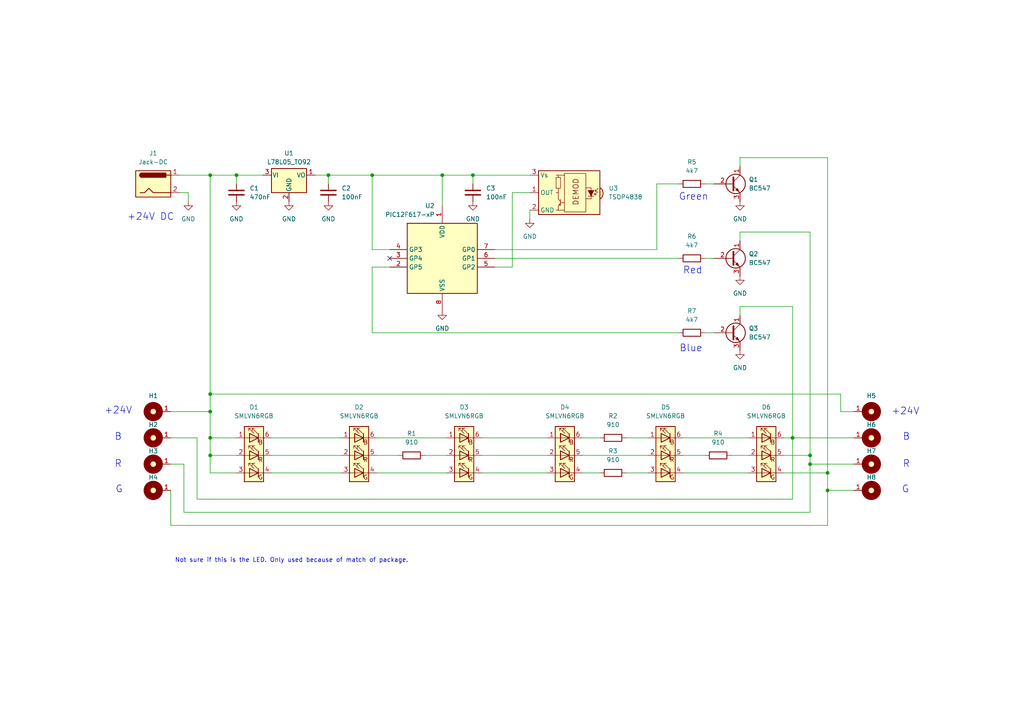
<source format=kicad_sch>
(kicad_sch (version 20231120) (generator "eeschema") (generator_version "8.0")
  (paper "A4")
  (title_block (title "LIDL RGB LED Strip, one Segement") (date "2024-11-30") (rev "1.0"))
  (lib_symbols
    (symbol "Connector:Jack-DC" (pin_names (offset 1.016))
      (property "Reference" "J" (at 0 5.334 0))
      (property "Value" "Jack-DC" (at 0 -5.08 0))
      (symbol "Jack-DC_0_1"
        (rectangle (start -5.08 3.81) (end 5.08 -3.81) (stroke (width 0.254)) (fill (type background)))
        (arc (start -3.302 3.175) (mid -3.9343 2.54) (end -3.302 1.905) (stroke (width 0.254)))
        (arc (start -3.302 3.175) (mid -3.9343 2.54) (end -3.302 1.905) (stroke (width 0.254)) (fill (type outline)))
        (polyline (pts (xy 5.08 2.54) (xy 3.81 2.54)) (stroke (width 0.254)))
        (polyline (pts (xy -3.81 -2.54) (xy -2.54 -2.54) (xy -1.27 -1.27) (xy 0 -2.54) (xy 2.54 -2.54) (xy 5.08 -2.54)) (stroke (width 0.254)))
        (rectangle (start 3.683 3.175) (end -3.302 1.905) (stroke (width 0.254)) (fill (type outline)))
      )
      (symbol "Jack-DC_1_1"
        (pin passive line (at 7.62 2.54 180) (length 2.54) (name "~") (number "1"))
        (pin passive line (at 7.62 -2.54 180) (length 2.54) (name "~") (number "2"))
      )
    )
    (symbol "Device:R" (pin_numbers hide) (pin_names (offset 0))
      (property "Reference" "R" (at 2.032 0 90))
      (property "Value" "R" (at 0 0 90))
      (symbol "R_0_1"
        (rectangle (start -1.016 -2.54) (end 1.016 2.54) (stroke (width 0.254)))
      )
      (symbol "R_1_1"
        (pin passive line (at 0 3.81 270) (length 1.27) (name "~") (number "1"))
        (pin passive line (at 0 -3.81 90) (length 1.27) (name "~") (number "2"))
      )
    )
    (symbol "Interface_Optical:TSOP583xx"
      (property "Reference" "U" (at -10.16 7.62 0))
      (property "Value" "TSOP583xx" (at -10.16 -7.62 0))
      (symbol "TSOP583xx_0_0"
        (arc (start -10.287 1.397) (mid -11.0899 -0.1852) (end -10.287 -1.778) (stroke (width 0.254)) (fill (type background)))
        (polyline (pts (xy 1.905 -5.08) (xy 0.127 -5.08)))
        (polyline (pts (xy 1.905 5.08) (xy 0.127 5.08)))
        (text "DEMOD" (at -3.175 0.254 900) (effects (font (size 1.524 1.524))))
      )
      (symbol "TSOP583xx_0_1"
        (rectangle (start -6.096 5.588) (end 0.127 -5.588))
        (polyline (pts (xy -8.763 0.381) (xy -9.652 1.27)))
        (polyline (pts (xy -8.763 0.381) (xy -9.271 0.381)))
        (polyline (pts (xy -8.763 0.381) (xy -8.763 0.889)))
        (polyline (pts (xy -8.636 -0.635) (xy -9.525 0.254)))
        (polyline (pts (xy -8.636 -0.635) (xy -9.144 -0.635)))
        (polyline (pts (xy -8.636 -0.635) (xy -8.636 -0.127)))
        (polyline (pts (xy -8.382 -1.016) (xy -6.731 -1.016)))
        (polyline (pts (xy 1.27 -2.921) (xy 0.127 -2.921)))
        (polyline (pts (xy 1.27 -1.905) (xy 1.27 -3.81)))
        (polyline (pts (xy 1.397 -3.556) (xy 1.524 -3.556)))
        (polyline (pts (xy 1.651 -3.556) (xy 1.524 -3.556)))
        (polyline (pts (xy 1.651 -3.556) (xy 1.651 -3.302)))
        (polyline (pts (xy 1.905 0) (xy 1.905 1.27)))
        (polyline (pts (xy 1.905 4.445) (xy 1.905 5.08) (xy 2.54 5.08)))
        (polyline (pts (xy -8.382 0.635) (xy -6.731 0.635) (xy -7.62 -1.016) (xy -8.382 0.635)) (fill (type outline)))
        (polyline (pts (xy -6.096 1.397) (xy -7.62 1.397) (xy -7.62 -1.778) (xy -6.096 -1.778)))
        (polyline (pts (xy 1.27 -3.175) (xy 1.905 -3.81) (xy 1.905 -5.08) (xy 2.54 -5.08)))
        (polyline (pts (xy 1.27 -2.54) (xy 1.905 -1.905) (xy 1.905 0) (xy 2.54 0)))
        (rectangle (start 2.54 1.27) (end 1.27 4.445))
        (rectangle (start 7.62 6.35) (end -10.16 -6.35) (stroke (width 0.254)) (fill (type background)))
      )
      (symbol "TSOP583xx_1_1"
        (pin output line (at 10.16 0 180) (length 2.54) (name "OUT") (number "1"))
        (pin power_in line (at 10.16 -5.08 180) (length 2.54) (name "GND") (number "2"))
        (pin power_in line (at 10.16 5.08 180) (length 2.54) (name "Vs") (number "3"))
      )
    )
    (symbol "LED:SMLVN6RGB" (pin_names (offset 0) hide)
      (property "Reference" "D" (at 0 12.7 0))
      (property "Value" "SMLVN6RGB" (at 0 10.16 0))
      (symbol "SMLVN6RGB_0_0"
        (text "B" (at 1.905 3.81 0) (effects (font (size 1.27 1.27))))
        (text "G" (at 1.905 -6.35 0) (effects (font (size 1.27 1.27))))
        (text "R" (at 1.905 -1.27 0) (effects (font (size 1.27 1.27))))
      )
      (symbol "SMLVN6RGB_0_1"
        (rectangle (start -2.794 8.382) (end 2.794 -7.62) (stroke (width 0.254)) (fill (type background)))
        (rectangle (start -1.27 -1.27) (end -1.27 1.27))
        (rectangle (start -1.27 1.27) (end -1.27 1.27))
        (rectangle (start -1.27 3.81) (end -1.27 6.35))
        (rectangle (start -1.27 6.35) (end -1.27 6.35))
        (polyline (pts (xy -1.27 -5.08) (xy -2.54 -5.08)))
        (polyline (pts (xy -1.27 0) (xy -2.54 0)))
        (polyline (pts (xy -1.27 0) (xy 1.27 0)))
        (polyline (pts (xy -1.27 5.08) (xy -2.54 5.08)))
        (polyline (pts (xy 1.27 -5.08) (xy -1.27 -5.08)))
        (polyline (pts (xy 1.27 -5.08) (xy 2.54 -5.08)))
        (polyline (pts (xy 1.27 -3.81) (xy 1.27 -6.35)) (stroke (width 0.254)))
        (polyline (pts (xy 1.27 0) (xy 2.54 0)))
        (polyline (pts (xy 1.27 1.27) (xy 1.27 -1.27)) (stroke (width 0.254)))
        (polyline (pts (xy 1.27 5.08) (xy -1.27 5.08)))
        (polyline (pts (xy 1.27 5.08) (xy 2.54 5.08)))
        (polyline (pts (xy 1.27 6.35) (xy 1.27 3.81)) (stroke (width 0.254)))
        (polyline (pts (xy 1.27 1.27) (xy 1.27 -1.27) (xy 1.27 -1.27)))
        (polyline (pts (xy 1.27 6.35) (xy 1.27 3.81) (xy 1.27 3.81)))
        (polyline (pts (xy -1.27 -3.81) (xy -1.27 -6.35) (xy 1.27 -5.08) (xy -1.27 -3.81)) (stroke (width 0.254)))
        (polyline (pts (xy -1.27 1.27) (xy -1.27 -1.27) (xy 1.27 0) (xy -1.27 1.27)) (stroke (width 0.254)))
        (polyline (pts (xy -1.27 6.35) (xy -1.27 3.81) (xy 1.27 5.08) (xy -1.27 6.35)) (stroke (width 0.254)))
        (polyline (pts (xy 0 -3.81) (xy -1.524 -2.286) (xy -0.762 -2.286) (xy -1.524 -2.286) (xy -1.524 -3.048)))
        (polyline (pts (xy 0 1.27) (xy -1.524 2.794) (xy -0.762 2.794) (xy -1.524 2.794) (xy -1.524 2.032)))
        (polyline (pts (xy 0 6.35) (xy -1.524 7.874) (xy -0.762 7.874) (xy -1.524 7.874) (xy -1.524 7.112)))
        (polyline (pts (xy 1.016 -3.81) (xy -0.508 -2.286) (xy 0.254 -2.286) (xy -0.508 -2.286) (xy -0.508 -3.048)))
        (polyline (pts (xy 1.016 1.27) (xy -0.508 2.794) (xy 0.254 2.794) (xy -0.508 2.794) (xy -0.508 2.032)))
        (polyline (pts (xy 1.016 6.35) (xy -0.508 7.874) (xy 0.254 7.874) (xy -0.508 7.874) (xy -0.508 7.112)))
      )
      (symbol "SMLVN6RGB_1_1"
        (pin passive line (at -5.08 5.08 0) (length 2.54) (name "BA") (number "1"))
        (pin passive line (at -5.08 0 0) (length 2.54) (name "RA") (number "2"))
        (pin passive line (at -5.08 -5.08 0) (length 2.54) (name "GA") (number "3"))
        (pin passive line (at 5.08 -5.08 180) (length 2.54) (name "GK") (number "4"))
        (pin passive line (at 5.08 0 180) (length 2.54) (name "RK") (number "5"))
        (pin passive line (at 5.08 5.08 180) (length 2.54) (name "BK") (number "6"))
      )
    )
    (symbol "MCU_Microchip_PIC12:PIC12F617-xP"
      (property "Reference" "U" (at 1.27 13.97 0))
      (property "Value" "PIC12F617-xP" (at 1.27 11.43 0))
      (symbol "PIC12F617-xP_0_1"
        (rectangle (start 10.16 -10.16) (end -10.16 10.16) (stroke (width 0.254)) (fill (type background)))
      )
      (symbol "PIC12F617-xP_1_1"
        (pin power_in line (at 0 15.24 270) (length 5.08) (name "VDD") (number "1"))
        (pin bidirectional line (at 15.24 -2.54 180) (length 5.08) (name "GP5") (number "2"))
        (pin bidirectional line (at 15.24 0 180) (length 5.08) (name "GP4") (number "3"))
        (pin input line (at 15.24 2.54 180) (length 5.08) (name "GP3") (number "4"))
        (pin bidirectional line (at -15.24 -2.54 0) (length 5.08) (name "GP2") (number "5"))
        (pin bidirectional line (at -15.24 0 0) (length 5.08) (name "GP1") (number "6"))
        (pin bidirectional line (at -15.24 2.54 0) (length 5.08) (name "GP0") (number "7"))
        (pin power_in line (at 0 -15.24 90) (length 5.08) (name "VSS") (number "8"))
      )
    )
    (symbol "PCM_SL_Devices:Capacitor_NP"
      (property "Reference" "C" (at 0 6.35 0))
      (property "Value" "Capacitor_NP" (at 0 3.81 0))
      (symbol "Capacitor_NP_0_1"
        (rectangle (start -0.762 2.286) (end -0.508 -2.286) (fill (type outline)))
        (rectangle (start 0.508 2.286) (end 0.762 -2.286) (fill (type outline)))
      )
      (symbol "Capacitor_NP_1_1"
        (pin passive line (at -2.54 0 0) (length 2) (name "~") (number "1"))
        (pin input line (at 2.54 0 180) (length 2) (name "~") (number "2"))
      )
    )
    (symbol "PCM_SL_Mechanical:MountingHole_M3_3.2mm_Pad"
      (property "Reference" "H" (at 0 7.62 0))
      (property "Value" "MountingHole_M3_3.2mm_Pad" (at 0 5.08 0))
      (symbol "MountingHole_M3_3.2mm_Pad_0_1"
        (circle (center 0 0) (radius 1.27) (fill (type background)))
        (circle (center 0 0) (radius 1.7961) (stroke (width 2)))
      )
      (symbol "MountingHole_M3_3.2mm_Pad_1_1"
        (pin passive line (at 0 -5.08 90) (length 2.54) (name "") (number "1"))
      )
    )
    (symbol "Regulator_Linear:L78L05_TO92" (pin_names (offset 0.254))
      (property "Reference" "U" (at -3.81 3.175 0))
      (property "Value" "L78L05_TO92" (at 0 3.175 0))
      (symbol "L78L05_TO92_0_1"
        (rectangle (start -5.08 -5.08) (end 5.08 1.905) (stroke (width 0.254)) (fill (type background)))
      )
      (symbol "L78L05_TO92_1_1"
        (pin power_out line (at 7.62 0 180) (length 2.54) (name "VO") (number "1"))
        (pin power_in line (at 0 -7.62 90) (length 2.54) (name "GND") (number "2"))
        (pin power_in line (at -7.62 0 0) (length 2.54) (name "VI") (number "3"))
      )
    )
    (symbol "Transistor_BJT:BC547" (pin_names (offset 0) hide)
      (property "Reference" "Q" (at 5.08 1.905 0))
      (property "Value" "BC547" (at 5.08 0 0))
      (symbol "BC547_0_1"
        (polyline (pts (xy 0 0) (xy 0.635 0)))
        (polyline (pts (xy 0.635 0.635) (xy 2.54 2.54)))
        (polyline (pts (xy 0.635 -0.635) (xy 2.54 -2.54) (xy 2.54 -2.54)))
        (polyline (pts (xy 0.635 1.905) (xy 0.635 -1.905) (xy 0.635 -1.905)) (stroke (width 0.508)))
        (polyline (pts (xy 1.27 -1.778) (xy 1.778 -1.27) (xy 2.286 -2.286) (xy 1.27 -1.778) (xy 1.27 -1.778)) (fill (type outline)))
        (circle (center 1.27 0) (radius 2.8194) (stroke (width 0.254)))
      )
      (symbol "BC547_1_1"
        (pin passive line (at 2.54 5.08 270) (length 2.54) (name "C") (number "1"))
        (pin input line (at -5.08 0 0) (length 5.08) (name "B") (number "2"))
        (pin passive line (at 2.54 -5.08 90) (length 2.54) (name "E") (number "3"))
      )
    )
    (symbol "power:GND" (power) (pin_numbers hide) (pin_names (offset 0) hide)
      (property "Value" "GND" (at 0 -3.81 0))
      (symbol "GND_0_1"
        (polyline (pts (xy 0 0) (xy 0 -1.27) (xy 1.27 -1.27) (xy 0 -2.54) (xy -1.27 -1.27) (xy 0 -1.27)))
      )
      (symbol "GND_1_1"
        (pin power_in line (at 0 0 270) (length 0) (name "~") (number "1"))
      )
    )
  )
  (junction (at 95.25 50.8))
  (junction (at 60.96 50.8))
  (junction (at 240.03 142.24))
  (junction (at 234.95 132.08))
  (junction (at 234.95 134.62))
  (junction (at 240.03 137.16))
  (junction (at 229.87 127))
  (junction (at 107.95 50.8))
  (junction (at 60.96 127))
  (junction (at 128.27 50.8))
  (junction (at 60.96 119.38))
  (junction (at 68.58 50.8))
  (junction (at 60.96 132.08))
  (junction (at 60.96 114.3))
  (junction (at 137.16 50.8))
  (no_connect (at 113.03 74.93))
  (wire (pts (xy 240.03 142.24) (xy 247.65 142.24)))
  (wire (pts (xy 227.33 132.08) (xy 234.95 132.08)))
  (wire (pts (xy 137.16 50.8) (xy 153.67 50.8)))
  (wire (pts (xy 243.84 114.3) (xy 243.84 119.38)))
  (wire (pts (xy 49.53 152.4) (xy 240.03 152.4)))
  (wire (pts (xy 107.95 72.39) (xy 107.95 50.8)))
  (wire (pts (xy 78.74 127) (xy 99.06 127)))
  (wire (pts (xy 60.96 50.8) (xy 60.96 114.3)))
  (wire (pts (xy 123.19 132.08) (xy 129.54 132.08)))
  (wire (pts (xy 113.03 72.39) (xy 107.95 72.39)))
  (wire (pts (xy 57.15 144.78) (xy 229.87 144.78)))
  (wire (pts (xy 53.34 134.62) (xy 53.34 148.59)))
  (wire (pts (xy 107.95 96.52) (xy 107.95 77.47)))
  (wire (pts (xy 229.87 127) (xy 247.65 127)))
  (wire (pts (xy 214.63 48.26) (xy 214.63 45.72)))
  (wire (pts (xy 60.96 119.38) (xy 60.96 114.3)))
  (wire (pts (xy 198.12 137.16) (xy 217.17 137.16)))
  (wire (pts (xy 60.96 127) (xy 68.58 127)))
  (wire (pts (xy 68.58 137.16) (xy 60.96 137.16)))
  (wire (pts (xy 190.5 72.39) (xy 190.5 53.34)))
  (wire (pts (xy 78.74 137.16) (xy 99.06 137.16)))
  (wire (pts (xy 168.91 132.08) (xy 187.96 132.08)))
  (wire (pts (xy 49.53 119.38) (xy 60.96 119.38)))
  (wire (pts (xy 214.63 88.9) (xy 229.87 88.9)))
  (wire (pts (xy 68.58 50.8) (xy 76.2 50.8)))
  (wire (pts (xy 143.51 72.39) (xy 190.5 72.39)))
  (wire (pts (xy 181.61 127) (xy 187.96 127)))
  (wire (pts (xy 128.27 50.8) (xy 137.16 50.8)))
  (wire (pts (xy 153.67 60.96) (xy 153.67 63.5)))
  (wire (pts (xy 240.03 152.4) (xy 240.03 142.24)))
  (wire (pts (xy 60.96 132.08) (xy 60.96 127)))
  (wire (pts (xy 204.47 53.34) (xy 207.01 53.34)))
  (wire (pts (xy 234.95 148.59) (xy 234.95 134.62)))
  (wire (pts (xy 49.53 127) (xy 57.15 127)))
  (wire (pts (xy 53.34 148.59) (xy 234.95 148.59)))
  (wire (pts (xy 240.03 45.72) (xy 240.03 137.16)))
  (wire (pts (xy 60.96 114.3) (xy 243.84 114.3)))
  (wire (pts (xy 68.58 132.08) (xy 60.96 132.08)))
  (wire (pts (xy 204.47 96.52) (xy 207.01 96.52)))
  (wire (pts (xy 143.51 74.93) (xy 196.85 74.93)))
  (wire (pts (xy 234.95 134.62) (xy 234.95 132.08)))
  (wire (pts (xy 153.67 55.88) (xy 148.59 55.88)))
  (wire (pts (xy 52.07 50.8) (xy 60.96 50.8)))
  (wire (pts (xy 214.63 45.72) (xy 240.03 45.72)))
  (wire (pts (xy 107.95 96.52) (xy 196.85 96.52)))
  (wire (pts (xy 240.03 137.16) (xy 240.03 142.24)))
  (wire (pts (xy 214.63 67.31) (xy 234.95 67.31)))
  (wire (pts (xy 148.59 77.47) (xy 143.51 77.47)))
  (wire (pts (xy 109.22 137.16) (xy 129.54 137.16)))
  (wire (pts (xy 107.95 50.8) (xy 128.27 50.8)))
  (wire (pts (xy 128.27 50.8) (xy 128.27 59.69)))
  (wire (pts (xy 227.33 127) (xy 229.87 127)))
  (wire (pts (xy 198.12 132.08) (xy 204.47 132.08)))
  (wire (pts (xy 49.53 142.24) (xy 49.53 152.4)))
  (wire (pts (xy 139.7 127) (xy 158.75 127)))
  (wire (pts (xy 168.91 127) (xy 173.99 127)))
  (wire (pts (xy 214.63 69.85) (xy 214.63 67.31)))
  (wire (pts (xy 107.95 77.47) (xy 113.03 77.47)))
  (wire (pts (xy 139.7 132.08) (xy 158.75 132.08)))
  (wire (pts (xy 229.87 144.78) (xy 229.87 127)))
  (wire (pts (xy 190.5 53.34) (xy 196.85 53.34)))
  (wire (pts (xy 198.12 127) (xy 217.17 127)))
  (wire (pts (xy 168.91 137.16) (xy 173.99 137.16)))
  (wire (pts (xy 60.96 119.38) (xy 60.96 127)))
  (wire (pts (xy 95.25 50.8) (xy 107.95 50.8)))
  (wire (pts (xy 243.84 119.38) (xy 247.65 119.38)))
  (wire (pts (xy 95.25 50.8) (xy 95.25 53.34)))
  (wire (pts (xy 137.16 50.8) (xy 137.16 53.34)))
  (wire (pts (xy 234.95 134.62) (xy 247.65 134.62)))
  (wire (pts (xy 234.95 67.31) (xy 234.95 132.08)))
  (wire (pts (xy 49.53 134.62) (xy 53.34 134.62)))
  (wire (pts (xy 68.58 50.8) (xy 68.58 53.34)))
  (wire (pts (xy 60.96 50.8) (xy 68.58 50.8)))
  (wire (pts (xy 52.07 55.88) (xy 54.61 55.88)))
  (wire (pts (xy 227.33 137.16) (xy 240.03 137.16)))
  (wire (pts (xy 181.61 137.16) (xy 187.96 137.16)))
  (wire (pts (xy 212.09 132.08) (xy 217.17 132.08)))
  (wire (pts (xy 109.22 127) (xy 129.54 127)))
  (wire (pts (xy 204.47 74.93) (xy 207.01 74.93)))
  (wire (pts (xy 54.61 55.88) (xy 54.61 58.42)))
  (wire (pts (xy 57.15 127) (xy 57.15 144.78)))
  (wire (pts (xy 78.74 132.08) (xy 99.06 132.08)))
  (wire (pts (xy 109.22 132.08) (xy 115.57 132.08)))
  (wire (pts (xy 214.63 91.44) (xy 214.63 88.9)))
  (wire (pts (xy 60.96 137.16) (xy 60.96 132.08)))
  (wire (pts (xy 229.87 88.9) (xy 229.87 127)))
  (wire (pts (xy 91.44 50.8) (xy 95.25 50.8)))
  (wire (pts (xy 148.59 55.88) (xy 148.59 77.47)))
  (wire (pts (xy 139.7 137.16) (xy 158.75 137.16)))
  (text "R" (at 262.89 134.62 0) (effects (font (size 2 2))))
  (text "R" (at 34.29 134.62 0) (effects (font (size 2 2))))
  (text "G" (at 262.636 141.986 0) (effects (font (size 2 2))))
  (text "B" (at 262.89 126.746 0) (effects (font (size 2 2))))
  (text "+24V DC" (at 43.688 62.992 0) (effects (font (size 2 2))))
  (text "G" (at 34.544 141.986 0) (effects (font (size 2 2))))
  (text "Not sure if this is the LED. Only used because of match of package." (at 84.582 162.56 0) (effects (font (size 1.27 1.27))))
  (text "B" (at 34.29 126.746 0) (effects (font (size 2 2))))
  (text "Red" (at 200.914 78.486 0) (effects (font (size 2 2))))
  (text "+24V" (at 34.29 119.126 0) (effects (font (size 2 2))))
  (text "Blue" (at 200.406 101.092 0) (effects (font (size 2 2))))
  (text "+24V" (at 262.636 119.38 0) (effects (font (size 2 2))))
  (text "Green" (at 201.168 57.15 0) (effects (font (size 2 2))))
  (symbol (lib_id "LED:SMLVN6RGB") (at 163.83 132.08 0) (unit 1)
    (property "Reference" "D4" (at 163.83 118.11 0))
    (property "Value" "SMLVN6RGB" (at 163.83 120.65 0))
    (property "Footprint" "LED_SMD:LED_ROHM_SMLVN6" (effects (hide yes)))
    (property "Datasheet" "https://www.rohm.com/datasheet/SMLVN6RGB1U" (effects (hide yes)))
    (property "Description" "High Brightness Tri-Color LED, RGB, 3.5x2.8mm" (effects (hide yes)))
  )
  (symbol (lib_id "Device:R") (at 200.66 96.52 90) (unit 1)
    (property "Reference" "R7" (at 200.66 90.17 90))
    (property "Value" "4k7" (at 200.66 92.71 90))
    (property "Description" "Resistor" (effects (hide yes)))
  )
  (symbol (lib_id "PCM_SL_Mechanical:MountingHole_M3_3.2mm_Pad") (at 44.45 127 90) (unit 1)
    (property "Reference" "H2" (at 44.45 123.19 90))
    (property "Value" "MountingHole_M3_3.2mm_Pad" (effects (hide yes)))
    (property "Footprint" "PCM_SL_Mechanical:MountingHole_3.2mm_Pad" (effects (hide yes)))
    (property "Description" "3.2mm Diameter Mounting Hole Pad (M3)" (effects (hide yes)))
  )
  (symbol (lib_id "power:GND") (at 137.16 58.42 0) (unit 1)
    (property "Reference" "#PWR09" (effects (hide yes)))
    (property "Value" "GND" (at 137.16 63.5 0))
    (property "Description" "Power symbol creates a global label with name \"GND\" , ground" (effects (hide yes)))
  )
  (symbol (lib_id "Transistor_BJT:BC547") (at 212.09 53.34 0) (unit 1)
    (property "Reference" "Q1" (at 217.17 52.0699 0) (effects (justify left)))
    (property "Value" "BC547" (at 217.17 54.6099 0) (effects (justify left)))
    (property "Footprint" "Package_TO_SOT_THT:TO-92_Inline" (effects (hide yes)))
    (property "Datasheet" "https://www.onsemi.com/pub/Collateral/BC550-D.pdf" (effects (hide yes)))
    (property "Description" "0.1A Ic, 45V Vce, Small Signal NPN Transistor, TO-92" (effects (hide yes)))
  )
  (symbol (lib_id "Device:R") (at 208.28 132.08 90) (unit 1)
    (property "Reference" "R4" (at 208.28 125.73 90))
    (property "Value" "910" (at 208.28 128.27 90))
    (property "Description" "Resistor" (effects (hide yes)))
  )
  (symbol (lib_id "power:GND") (at 128.27 90.17 0) (unit 1)
    (property "Reference" "#PWR05" (effects (hide yes)))
    (property "Value" "GND" (at 128.27 95.25 0))
    (property "Description" "Power symbol creates a global label with name \"GND\" , ground" (effects (hide yes)))
  )
  (symbol (lib_id "power:GND") (at 214.63 58.42 0) (unit 1)
    (property "Reference" "#PWR06" (effects (hide yes)))
    (property "Value" "GND" (at 214.63 63.5 0))
    (property "Description" "Power symbol creates a global label with name \"GND\" , ground" (effects (hide yes)))
  )
  (symbol (lib_id "PCM_SL_Mechanical:MountingHole_M3_3.2mm_Pad") (at 44.45 119.38 90) (unit 1)
    (property "Reference" "H1" (at 44.45 114.808 90))
    (property "Value" "MountingHole_M3_3.2mm_Pad" (effects (hide yes)))
    (property "Footprint" "PCM_SL_Mechanical:MountingHole_3.2mm_Pad" (effects (hide yes)))
    (property "Description" "3.2mm Diameter Mounting Hole Pad (M3)" (effects (hide yes)))
  )
  (symbol (lib_id "power:GND") (at 54.61 58.42 0) (unit 1)
    (property "Reference" "#PWR04" (effects (hide yes)))
    (property "Value" "GND" (at 54.61 63.5 0))
    (property "Description" "Power symbol creates a global label with name \"GND\" , ground" (effects (hide yes)))
  )
  (symbol (lib_id "Device:R") (at 200.66 53.34 90) (unit 1)
    (property "Reference" "R5" (at 200.66 46.99 90))
    (property "Value" "4k7" (at 200.66 49.53 90))
    (property "Description" "Resistor" (effects (hide yes)))
  )
  (symbol (lib_id "LED:SMLVN6RGB") (at 104.14 132.08 0) (unit 1)
    (property "Reference" "D2" (at 104.14 118.11 0))
    (property "Value" "SMLVN6RGB" (at 104.14 120.65 0))
    (property "Footprint" "LED_SMD:LED_ROHM_SMLVN6" (effects (hide yes)))
    (property "Datasheet" "https://www.rohm.com/datasheet/SMLVN6RGB1U" (effects (hide yes)))
    (property "Description" "High Brightness Tri-Color LED, RGB, 3.5x2.8mm" (effects (hide yes)))
  )
  (symbol (lib_id "PCM_SL_Devices:Capacitor_NP") (at 68.58 55.88 90) (unit 1)
    (property "Reference" "C1" (at 72.39 54.6099 90) (effects (justify right)))
    (property "Value" "470nF" (at 72.39 57.1499 90) (effects (justify right)))
    (property "Footprint" "Capacitor_THT:C_Disc_D3.0mm_W2.0mm_P2.50mm" (effects (hide yes)))
    (property "Description" "Unpolarized Capacitor" (effects (hide yes)))
  )
  (symbol (lib_id "Transistor_BJT:BC547") (at 212.09 96.52 0) (unit 1)
    (property "Reference" "Q3" (at 217.17 95.2499 0) (effects (justify left)))
    (property "Value" "BC547" (at 217.17 97.7899 0) (effects (justify left)))
    (property "Footprint" "Package_TO_SOT_THT:TO-92_Inline" (effects (hide yes)))
    (property "Datasheet" "https://www.onsemi.com/pub/Collateral/BC550-D.pdf" (effects (hide yes)))
    (property "Description" "0.1A Ic, 45V Vce, Small Signal NPN Transistor, TO-92" (effects (hide yes)))
  )
  (symbol (lib_id "power:GND") (at 214.63 101.6 0) (unit 1)
    (property "Reference" "#PWR08" (effects (hide yes)))
    (property "Value" "GND" (at 214.63 106.68 0))
    (property "Description" "Power symbol creates a global label with name \"GND\" , ground" (effects (hide yes)))
  )
  (symbol (lib_id "Connector:Jack-DC") (at 44.45 53.34 0) (unit 1)
    (property "Reference" "J1" (at 44.45 44.45 0))
    (property "Value" "Jack-DC" (at 44.45 46.99 0))
    (property "Description" "DC Barrel Jack" (effects (hide yes)))
  )
  (symbol (lib_id "power:GND") (at 83.82 58.42 0) (unit 1)
    (property "Reference" "#PWR03" (effects (hide yes)))
    (property "Value" "GND" (at 83.82 63.5 0))
    (property "Description" "Power symbol creates a global label with name \"GND\" , ground" (effects (hide yes)))
  )
  (symbol (lib_id "MCU_Microchip_PIC12:PIC12F617-xP") (at 128.27 74.93 0) (mirror y) (unit 1)
    (property "Reference" "U2" (at 126.0759 59.69 0) (effects (justify left)))
    (property "Value" "PIC12F617-xP" (at 126.0759 62.23 0) (effects (justify left)))
    (property "Footprint" "Package_DIP:DIP-8_W7.62mm" (effects (hide yes)))
    (property "Datasheet" "https://ww1.microchip.com/downloads/en/DeviceDoc/41302D.pdf" (effects (hide yes)))
    (property "Description" "2048W Flash, 128B SRAM, PDIP-8" (effects (hide yes)))
  )
  (symbol (lib_id "Device:R") (at 200.66 74.93 90) (unit 1)
    (property "Reference" "R6" (at 200.66 68.58 90))
    (property "Value" "4k7" (at 200.66 71.12 90))
    (property "Description" "Resistor" (effects (hide yes)))
  )
  (symbol (lib_id "LED:SMLVN6RGB") (at 193.04 132.08 0) (unit 1)
    (property "Reference" "D5" (at 193.04 118.11 0))
    (property "Value" "SMLVN6RGB" (at 193.04 120.65 0))
    (property "Footprint" "LED_SMD:LED_ROHM_SMLVN6" (effects (hide yes)))
    (property "Datasheet" "https://www.rohm.com/datasheet/SMLVN6RGB1U" (effects (hide yes)))
    (property "Description" "High Brightness Tri-Color LED, RGB, 3.5x2.8mm" (effects (hide yes)))
  )
  (symbol (lib_id "PCM_SL_Mechanical:MountingHole_M3_3.2mm_Pad") (at 252.73 142.24 270) (mirror x) (unit 1)
    (property "Reference" "H8" (at 252.73 138.43 90))
    (property "Value" "MountingHole_M3_3.2mm_Pad" (effects (hide yes)))
    (property "Footprint" "PCM_SL_Mechanical:MountingHole_3.2mm_Pad" (effects (hide yes)))
    (property "Description" "3.2mm Diameter Mounting Hole Pad (M3)" (effects (hide yes)))
  )
  (symbol (lib_id "Transistor_BJT:BC547") (at 212.09 74.93 0) (unit 1)
    (property "Reference" "Q2" (at 217.17 73.6599 0) (effects (justify left)))
    (property "Value" "BC547" (at 217.17 76.1999 0) (effects (justify left)))
    (property "Footprint" "Package_TO_SOT_THT:TO-92_Inline" (effects (hide yes)))
    (property "Datasheet" "https://www.onsemi.com/pub/Collateral/BC550-D.pdf" (effects (hide yes)))
    (property "Description" "0.1A Ic, 45V Vce, Small Signal NPN Transistor, TO-92" (effects (hide yes)))
  )
  (symbol (lib_id "Device:R") (at 177.8 137.16 90) (unit 1)
    (property "Reference" "R3" (at 177.8 130.81 90))
    (property "Value" "910" (at 177.8 133.35 90))
    (property "Description" "Resistor" (effects (hide yes)))
  )
  (symbol (lib_id "power:GND") (at 214.63 80.01 0) (unit 1)
    (property "Reference" "#PWR07" (effects (hide yes)))
    (property "Value" "GND" (at 214.63 85.09 0))
    (property "Description" "Power symbol creates a global label with name \"GND\" , ground" (effects (hide yes)))
  )
  (symbol (lib_id "power:GND") (at 68.58 58.42 0) (unit 1)
    (property "Reference" "#PWR01" (effects (hide yes)))
    (property "Value" "GND" (at 68.58 63.5 0))
    (property "Description" "Power symbol creates a global label with name \"GND\" , ground" (effects (hide yes)))
  )
  (symbol (lib_id "PCM_SL_Devices:Capacitor_NP") (at 137.16 55.88 90) (unit 1)
    (property "Reference" "C3" (at 140.97 54.6099 90) (effects (justify right)))
    (property "Value" "100nF" (at 140.97 57.1499 90) (effects (justify right)))
    (property "Footprint" "Capacitor_THT:C_Disc_D3.0mm_W2.0mm_P2.50mm" (effects (hide yes)))
    (property "Description" "Unpolarized Capacitor" (effects (hide yes)))
  )
  (symbol (lib_id "Regulator_Linear:L78L05_TO92") (at 83.82 50.8 0) (unit 1)
    (property "Reference" "U1" (at 83.82 44.45 0))
    (property "Value" "L78L05_TO92" (at 83.82 46.99 0))
    (property "Footprint" "Package_TO_SOT_THT:TO-92_Inline" (effects (hide yes)))
    (property "Datasheet" "http://www.st.com/content/ccc/resource/technical/document/datasheet/15/55/e5/aa/23/5b/43/fd/CD00000446.pdf/files/CD00000446.pdf/jcr:content/translations/en.CD00000446.pdf" (effects (hide yes)))
    (property "Description" "Positive 100mA 30V Linear Regulator, Fixed Output 5V, TO-92" (effects (hide yes)))
  )
  (symbol (lib_id "PCM_SL_Mechanical:MountingHole_M3_3.2mm_Pad") (at 252.73 127 270) (mirror x) (unit 1)
    (property "Reference" "H6" (at 252.73 123.19 90))
    (property "Value" "MountingHole_M3_3.2mm_Pad" (effects (hide yes)))
    (property "Footprint" "PCM_SL_Mechanical:MountingHole_3.2mm_Pad" (effects (hide yes)))
    (property "Description" "3.2mm Diameter Mounting Hole Pad (M3)" (effects (hide yes)))
  )
  (symbol (lib_id "LED:SMLVN6RGB") (at 222.25 132.08 0) (unit 1)
    (property "Reference" "D6" (at 222.25 118.11 0))
    (property "Value" "SMLVN6RGB" (at 222.25 120.65 0))
    (property "Footprint" "LED_SMD:LED_ROHM_SMLVN6" (effects (hide yes)))
    (property "Datasheet" "https://www.rohm.com/datasheet/SMLVN6RGB1U" (effects (hide yes)))
    (property "Description" "High Brightness Tri-Color LED, RGB, 3.5x2.8mm" (effects (hide yes)))
  )
  (symbol (lib_id "Interface_Optical:TSOP583xx") (at 163.83 55.88 0) (mirror y) (unit 1)
    (property "Reference" "U3" (at 176.53 54.6099 0) (effects (justify right)))
    (property "Value" "TSOP4838" (at 176.53 57.1499 0) (effects (justify right)))
    (property "Footprint" "OptoDevice:Vishay_MINICAST-3Pin" (effects (hide yes)))
    (property "Datasheet" "http://www.vishay.com/docs/82462/tsop581.pdf" (effects (hide yes)))
    (property "Description" "Photo Modules for PCM Remote Control Systems" (effects (hide yes)))
  )
  (symbol (lib_id "Device:R") (at 177.8 127 90) (unit 1)
    (property "Reference" "R2" (at 177.8 120.65 90))
    (property "Value" "910" (at 177.8 123.19 90))
    (property "Description" "Resistor" (effects (hide yes)))
  )
  (symbol (lib_id "PCM_SL_Mechanical:MountingHole_M3_3.2mm_Pad") (at 44.45 142.24 90) (unit 1)
    (property "Reference" "H4" (at 44.45 138.43 90))
    (property "Value" "MountingHole_M3_3.2mm_Pad" (effects (hide yes)))
    (property "Footprint" "PCM_SL_Mechanical:MountingHole_3.2mm_Pad" (effects (hide yes)))
    (property "Description" "3.2mm Diameter Mounting Hole Pad (M3)" (effects (hide yes)))
  )
  (symbol (lib_id "PCM_SL_Devices:Capacitor_NP") (at 95.25 55.88 90) (unit 1)
    (property "Reference" "C2" (at 99.06 54.6099 90) (effects (justify right)))
    (property "Value" "100nF" (at 99.06 57.1499 90) (effects (justify right)))
    (property "Footprint" "Capacitor_THT:C_Disc_D3.0mm_W2.0mm_P2.50mm" (effects (hide yes)))
    (property "Description" "Unpolarized Capacitor" (effects (hide yes)))
  )
  (symbol (lib_id "PCM_SL_Mechanical:MountingHole_M3_3.2mm_Pad") (at 44.45 134.62 90) (unit 1)
    (property "Reference" "H3" (at 44.45 130.81 90))
    (property "Value" "MountingHole_M3_3.2mm_Pad" (effects (hide yes)))
    (property "Footprint" "PCM_SL_Mechanical:MountingHole_3.2mm_Pad" (effects (hide yes)))
    (property "Description" "3.2mm Diameter Mounting Hole Pad (M3)" (effects (hide yes)))
  )
  (symbol (lib_id "power:GND") (at 95.25 58.42 0) (unit 1)
    (property "Reference" "#PWR02" (effects (hide yes)))
    (property "Value" "GND" (at 95.25 63.5 0))
    (property "Description" "Power symbol creates a global label with name \"GND\" , ground" (effects (hide yes)))
  )
  (symbol (lib_id "LED:SMLVN6RGB") (at 134.62 132.08 0) (unit 1)
    (property "Reference" "D3" (at 134.62 118.11 0))
    (property "Value" "SMLVN6RGB" (at 134.62 120.65 0))
    (property "Footprint" "LED_SMD:LED_ROHM_SMLVN6" (effects (hide yes)))
    (property "Datasheet" "https://www.rohm.com/datasheet/SMLVN6RGB1U" (effects (hide yes)))
    (property "Description" "High Brightness Tri-Color LED, RGB, 3.5x2.8mm" (effects (hide yes)))
  )
  (symbol (lib_id "Device:R") (at 119.38 132.08 90) (unit 1)
    (property "Reference" "R1" (at 119.38 125.73 90))
    (property "Value" "910" (at 119.38 128.27 90))
    (property "Description" "Resistor" (effects (hide yes)))
  )
  (symbol (lib_id "PCM_SL_Mechanical:MountingHole_M3_3.2mm_Pad") (at 252.73 134.62 270) (mirror x) (unit 1)
    (property "Reference" "H7" (at 252.73 130.81 90))
    (property "Value" "MountingHole_M3_3.2mm_Pad" (effects (hide yes)))
    (property "Footprint" "PCM_SL_Mechanical:MountingHole_3.2mm_Pad" (effects (hide yes)))
    (property "Description" "3.2mm Diameter Mounting Hole Pad (M3)" (effects (hide yes)))
  )
  (symbol (lib_id "power:GND") (at 153.67 63.5 0) (unit 1)
    (property "Reference" "#PWR010" (effects (hide yes)))
    (property "Value" "GND" (at 153.67 68.58 0))
    (property "Description" "Power symbol creates a global label with name \"GND\" , ground" (effects (hide yes)))
  )
  (symbol (lib_id "LED:SMLVN6RGB") (at 73.66 132.08 0) (unit 1)
    (property "Reference" "D1" (at 73.66 118.11 0))
    (property "Value" "SMLVN6RGB" (at 73.66 120.65 0))
    (property "Footprint" "LED_SMD:LED_ROHM_SMLVN6" (effects (hide yes)))
    (property "Datasheet" "https://www.rohm.com/datasheet/SMLVN6RGB1U" (effects (hide yes)))
    (property "Description" "High Brightness Tri-Color LED, RGB, 3.5x2.8mm" (effects (hide yes)))
  )
  (symbol (lib_id "PCM_SL_Mechanical:MountingHole_M3_3.2mm_Pad") (at 252.73 119.38 270) (mirror x) (unit 1)
    (property "Reference" "H5" (at 252.73 114.808 90))
    (property "Value" "MountingHole_M3_3.2mm_Pad" (effects (hide yes)))
    (property "Footprint" "PCM_SL_Mechanical:MountingHole_3.2mm_Pad" (effects (hide yes)))
    (property "Description" "3.2mm Diameter Mounting Hole Pad (M3)" (effects (hide yes)))
  )
)
</source>
